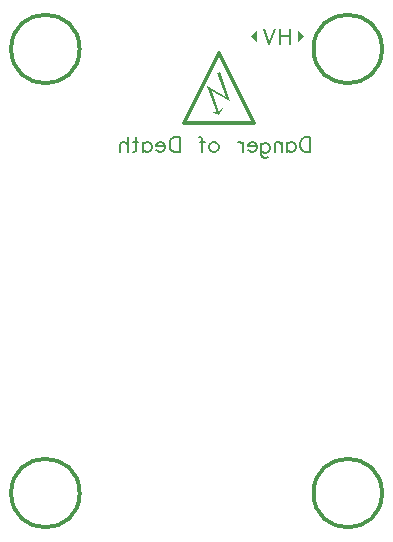
<source format=gbr>
G04 DipTrace 3.1.0.1*
G04 lt3757_nixie_power_supply_nosnub-route-5.BottomSilk.gbr*
%MOIN*%
G04 #@! TF.FileFunction,Legend,Bot*
G04 #@! TF.Part,Single*
%ADD14C,0.011811*%
%ADD74C,0.00772*%
%FSLAX26Y26*%
G04*
G70*
G90*
G75*
G01*
G04 BotSilk*
%LPD*%
X1216850Y1752283D2*
D14*
X980630D1*
X1216850D2*
X1098740Y1988504D1*
X980630Y1752283D1*
G36*
X1122362Y1838906D2*
X1059362Y1878260D1*
X1063307Y1866449D1*
X1075118Y1858583D1*
X1134173Y1827094D1*
X1122362Y1838906D1*
G37*
G36*
X1110551Y1803472D2*
X1098740Y1779850D1*
X1075118Y1791661D1*
X1094795D1*
D1*
X1110551Y1803472D1*
G37*
G36*
X1098740Y1917638D2*
X1102685Y1925504D1*
X1134173Y1827094D1*
X1122362Y1838906D1*
X1090874Y1921583D1*
X1098740Y1917638D1*
G37*
G36*
X1063307Y1866449D2*
X1090874Y1787717D1*
X1098740Y1791661D1*
X1075118Y1858583D1*
X1063307Y1866449D1*
G37*
G36*
X1224724Y2063307D2*
X1205039Y2043622D1*
X1224724Y2023937D1*
Y2063307D1*
G37*
G36*
X1361207Y2023937D2*
X1380892Y2043622D1*
X1361207Y2063307D1*
Y2023937D1*
G37*
X1413701Y520000D2*
D14*
G02X1413701Y520000I114173J0D01*
G01*
X405827D2*
G02X405827Y520000I114173J0D01*
G01*
Y2000315D2*
G02X405827Y2000315I114173J0D01*
G01*
X1413701D2*
G02X1413701Y2000315I114173J0D01*
G01*
X1403389Y1706373D2*
D74*
Y1656133D1*
X1386642D1*
X1379457Y1658565D1*
X1374649Y1663318D1*
X1372272Y1668127D1*
X1369896Y1675257D1*
Y1687250D1*
X1372272Y1694435D1*
X1374649Y1699188D1*
X1379457Y1703997D1*
X1386642Y1706373D1*
X1403389D1*
X1325772Y1689627D2*
Y1656133D1*
Y1682442D2*
X1330525Y1687250D1*
X1335333Y1689627D1*
X1342463D1*
X1347271Y1687250D1*
X1352025Y1682442D1*
X1354456Y1675257D1*
Y1670503D1*
X1352025Y1663318D1*
X1347271Y1658565D1*
X1342463Y1656133D1*
X1335333D1*
X1330525Y1658565D1*
X1325772Y1663318D1*
X1310332Y1689627D2*
Y1656133D1*
Y1680065D2*
X1303147Y1687250D1*
X1298339Y1689627D1*
X1291209D1*
X1286401Y1687250D1*
X1284024Y1680065D1*
Y1656133D1*
X1239900Y1687250D2*
Y1648948D1*
X1242277Y1641819D1*
X1244653Y1639387D1*
X1249462Y1637010D1*
X1256647D1*
X1261400Y1639387D1*
X1239900Y1680065D2*
X1244653Y1684818D1*
X1249462Y1687250D1*
X1256647D1*
X1261400Y1684818D1*
X1266208Y1680065D1*
X1268585Y1672880D1*
Y1668072D1*
X1266208Y1660942D1*
X1261400Y1656133D1*
X1256647Y1653757D1*
X1249462D1*
X1244653Y1656133D1*
X1239900Y1660942D1*
X1224461Y1675257D2*
X1195776D1*
Y1680065D1*
X1198152Y1684873D1*
X1200529Y1687250D1*
X1205337Y1689627D1*
X1212522D1*
X1217276Y1687250D1*
X1222084Y1682442D1*
X1224461Y1675257D1*
Y1670503D1*
X1222084Y1663318D1*
X1217276Y1658565D1*
X1212522Y1656133D1*
X1205337D1*
X1200529Y1658565D1*
X1195776Y1663318D1*
X1180337Y1689627D2*
Y1656133D1*
Y1675257D2*
X1177905Y1682442D1*
X1173152Y1687250D1*
X1168343Y1689627D1*
X1161158D1*
X1085180D2*
X1089933Y1687250D1*
X1094741Y1682442D1*
X1097118Y1675257D1*
Y1670503D1*
X1094741Y1663318D1*
X1089933Y1658565D1*
X1085180Y1656133D1*
X1077995D1*
X1073186Y1658565D1*
X1068433Y1663318D1*
X1066001Y1670503D1*
Y1675257D1*
X1068433Y1682442D1*
X1073186Y1687250D1*
X1077995Y1689627D1*
X1085180D1*
X1031439Y1706373D2*
X1036192D1*
X1041000Y1703997D1*
X1043377Y1696812D1*
Y1656133D1*
X1050562Y1689627D2*
X1033815D1*
X967398Y1706373D2*
Y1656133D1*
X950652D1*
X943467Y1658565D1*
X938658Y1663318D1*
X936282Y1668127D1*
X933905Y1675257D1*
Y1687250D1*
X936282Y1694435D1*
X938658Y1699188D1*
X943467Y1703997D1*
X950652Y1706373D1*
X967398D1*
X918466Y1675257D2*
X889781D1*
Y1680065D1*
X892157Y1684873D1*
X894534Y1687250D1*
X899343Y1689627D1*
X906528D1*
X911281Y1687250D1*
X916089Y1682442D1*
X918466Y1675257D1*
Y1670503D1*
X916089Y1663318D1*
X911281Y1658565D1*
X906528Y1656133D1*
X899343D1*
X894534Y1658565D1*
X889781Y1663318D1*
X845657Y1689627D2*
Y1656133D1*
Y1682442D2*
X850410Y1687250D1*
X855218Y1689627D1*
X862348D1*
X867157Y1687250D1*
X871910Y1682442D1*
X874342Y1675257D1*
Y1670503D1*
X871910Y1663318D1*
X867157Y1658565D1*
X862348Y1656133D1*
X855218D1*
X850410Y1658565D1*
X845657Y1663318D1*
X823032Y1706373D2*
Y1665695D1*
X820656Y1658565D1*
X815847Y1656133D1*
X811094D1*
X830217Y1689627D2*
X813471D1*
X795655Y1706373D2*
Y1656133D1*
Y1680065D2*
X788470Y1687250D1*
X783661Y1689627D1*
X776476D1*
X771723Y1687250D1*
X769347Y1680065D1*
Y1656133D1*
X1334396Y2067086D2*
Y2016846D1*
X1300903Y2067086D2*
Y2016846D1*
X1334396Y2043154D2*
X1300903D1*
X1285463Y2067086D2*
X1266340Y2016846D1*
X1247217Y2067086D1*
M02*

</source>
